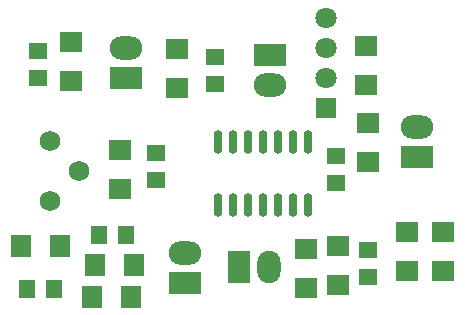
<source format=gts>
G04*
G04 #@! TF.GenerationSoftware,Altium Limited,Altium Designer,23.11.1 (41)*
G04*
G04 Layer_Color=8388736*
%FSLAX44Y44*%
%MOMM*%
G71*
G04*
G04 #@! TF.SameCoordinates,9B078A48-8F01-46FD-BB7B-D1DAEF03546D*
G04*
G04*
G04 #@! TF.FilePolarity,Negative*
G04*
G01*
G75*
%ADD22R,1.8542X1.7272*%
%ADD23R,1.6002X1.4732*%
%ADD24R,1.4732X1.6002*%
%ADD25R,1.7272X1.8542*%
%ADD26O,0.7532X2.0032*%
%ADD27O,2.7432X1.9812*%
%ADD28R,2.7432X1.9812*%
%ADD29C,1.7272*%
%ADD30C,1.8032*%
%ADD31R,1.8032X1.8032*%
%ADD32O,1.9812X2.7432*%
%ADD33R,1.9812X2.7432*%
D22*
X165100Y232410D02*
D03*
Y199390D02*
D03*
X74930Y238760D02*
D03*
Y205740D02*
D03*
X359410Y44450D02*
D03*
Y77470D02*
D03*
X389890D02*
D03*
Y44450D02*
D03*
X274320Y63500D02*
D03*
Y30480D02*
D03*
X300990Y33020D02*
D03*
Y66040D02*
D03*
X325120Y201930D02*
D03*
Y234950D02*
D03*
X116840Y147320D02*
D03*
Y114300D02*
D03*
X326390Y137160D02*
D03*
Y170180D02*
D03*
D23*
X196850Y203200D02*
D03*
Y226060D02*
D03*
X46990Y231140D02*
D03*
Y208280D02*
D03*
X147320Y144780D02*
D03*
Y121920D02*
D03*
X326390Y39370D02*
D03*
Y62230D02*
D03*
X299720Y142240D02*
D03*
Y119380D02*
D03*
D24*
X121920Y74930D02*
D03*
X99060D02*
D03*
X38100Y29210D02*
D03*
X60960D02*
D03*
D25*
X92710Y22860D02*
D03*
X125730D02*
D03*
X128270Y49530D02*
D03*
X95250D02*
D03*
X66040Y66040D02*
D03*
X33020D02*
D03*
D26*
X275590Y154000D02*
D03*
X262890D02*
D03*
X250190D02*
D03*
X237490D02*
D03*
X224790D02*
D03*
X212090D02*
D03*
X199390D02*
D03*
X275590Y100000D02*
D03*
X262890D02*
D03*
X250190D02*
D03*
X237490D02*
D03*
X224790D02*
D03*
X212090D02*
D03*
X199390D02*
D03*
D27*
X243840Y201930D02*
D03*
X121920Y233680D02*
D03*
X171450Y59690D02*
D03*
X368300Y166370D02*
D03*
D28*
X243840Y227330D02*
D03*
X121920Y208280D02*
D03*
X171450Y34290D02*
D03*
X368300Y140970D02*
D03*
D29*
X57150Y154940D02*
D03*
X82296Y129286D02*
D03*
X57404Y103886D02*
D03*
D30*
X290830Y259080D02*
D03*
Y233680D02*
D03*
Y208280D02*
D03*
D31*
Y182880D02*
D03*
D32*
X242570Y48260D02*
D03*
D33*
X217170D02*
D03*
M02*

</source>
